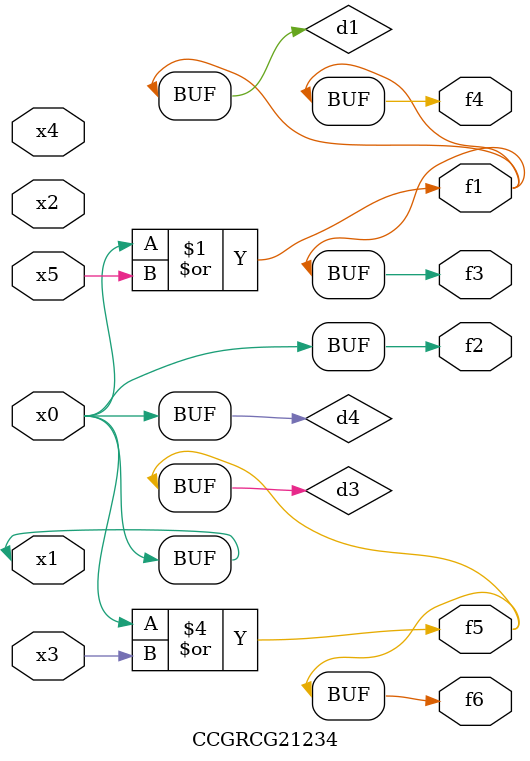
<source format=v>
module CCGRCG21234(
	input x0, x1, x2, x3, x4, x5,
	output f1, f2, f3, f4, f5, f6
);

	wire d1, d2, d3, d4;

	or (d1, x0, x5);
	xnor (d2, x1, x4);
	or (d3, x0, x3);
	buf (d4, x0, x1);
	assign f1 = d1;
	assign f2 = d4;
	assign f3 = d1;
	assign f4 = d1;
	assign f5 = d3;
	assign f6 = d3;
endmodule

</source>
